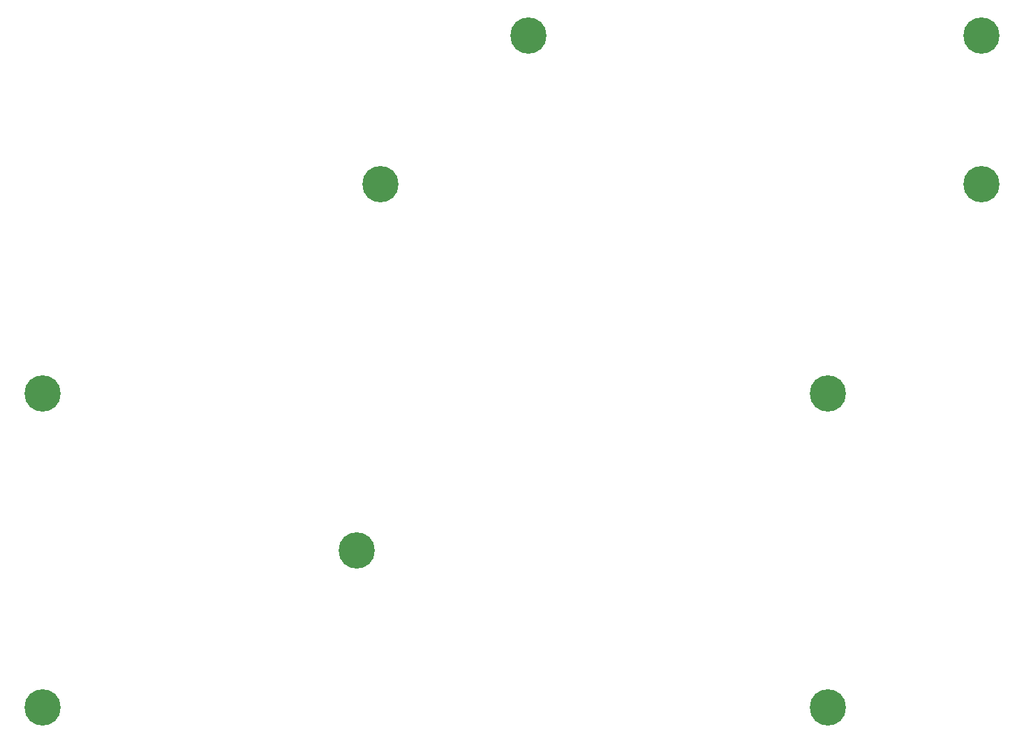
<source format=gts>
%TF.GenerationSoftware,KiCad,Pcbnew,5.1.2*%
%TF.CreationDate,2019-08-01T18:24:27+02:00*%
%TF.ProjectId,bottom,626f7474-6f6d-42e6-9b69-6361645f7063,rev?*%
%TF.SameCoordinates,Original*%
%TF.FileFunction,Soldermask,Top*%
%TF.FilePolarity,Negative*%
%FSLAX46Y46*%
G04 Gerber Fmt 4.6, Leading zero omitted, Abs format (unit mm)*
G04 Created by KiCad (PCBNEW 5.1.2) date 2019-08-01 18:24:27*
%MOMM*%
%LPD*%
G04 APERTURE LIST*
%ADD10C,4.400000*%
G04 APERTURE END LIST*
D10*
X208780000Y-47840000D03*
X153879507Y-47840000D03*
X190160000Y-129325000D03*
X133010000Y-110275000D03*
X94910000Y-91225000D03*
X135874507Y-65845000D03*
X190160000Y-91225000D03*
X208780000Y-65845000D03*
X94910000Y-129325000D03*
M02*

</source>
